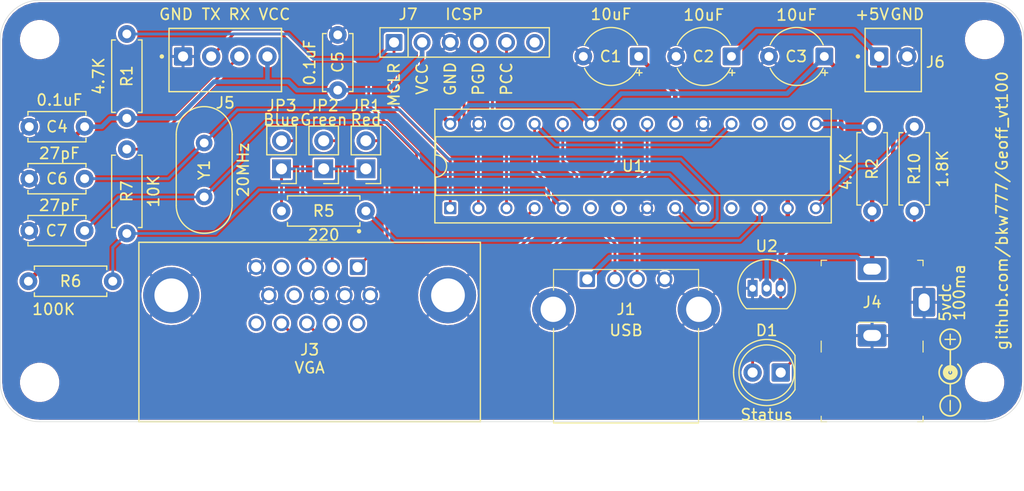
<source format=kicad_pcb>
(kicad_pcb (version 20171130) (host pcbnew 5.1.6-c6e7f7d~87~ubuntu20.04.1)
  (layers (0 F.Cu signal) (31 B.Cu signal) (34 B.Paste user) (35 F.Paste user) (36 B.SilkS user) (37 F.SilkS user) (38 B.Mask user) (39 F.Mask user) (44 Edge.Cuts user))
  (net 0 "")
  (net 1 GND)
  (net 2 "Net-(C1-Pad1)")
  (net 3 +5V)
  (net 4 VCC)
  (net 5 "Net-(C6-Pad1)")
  (net 6 "Net-(C7-Pad1)")
  (net 7 "Net-(D1-Pad1)")
  (net 8 USB_D+)
  (net 9 USB_D-)
  (net 10 VGA_VSYNCH)
  (net 11 VGA_HSYNCH)
  (net 12 "Net-(J3-Pad3)")
  (net 13 "Net-(J3-Pad2)")
  (net 14 "Net-(J3-Pad1)")
  (net 15 "Net-(J5-Pad3)")
  (net 16 SERIAL_TXD)
  (net 17 ICSP_PCC)
  (net 18 ICSP_PGD)
  (net 19 ICSP_MCLR)
  (net 20 "Net-(JP1-Pad1)")
  (net 21 "Net-(R2-Pad1)")
  (net 22 SERIAL_RXD)
  (net 23 VGA_VIDEO)
  (net 24 "Net-(R10-Pad1)")
  (module 0_LOCAL:TO-92_Inline_Narrow_Oval (layer F.Cu) (at 93.345 51.435)
    (fp_text reference U2 (at 1.27 -3.81) (layer F.SilkS))
    (fp_text value MCP1700-3302E_TO92 hide)
    (fp_arc (start 1.27 0) (end 1.27 -2.6) (angle -135) (layer F.SilkS) (width 0.12))
    (fp_arc (start 1.27 0) (end 1.27 -2.6) (angle 135) (layer F.SilkS) (width 0.12))
    (fp_line (start -0.53 1.85) (end 3.07 1.85) (layer F.SilkS) (width 0.12))
    (pad 2 thru_hole oval (at 1.27 0 180) (size 0.9 1.5) (drill 0.6096) (layers *.Cu *.Mask) (net 3 +5V))
    (pad 3 thru_hole oval (at 2.54 0 180) (size 0.9 1.5) (drill 0.6096) (layers *.Cu *.Mask) (net 4 VCC))
    (pad 1 thru_hole roundrect (at 0 0 180) (size 0.9 1.5) (drill 0.6096) (layers *.Cu *.Mask) (roundrect_rratio 0.1) (net 1 GND))
  )
  (module 0_LOCAL:LED_D5.0mm (layer F.Cu) (at 95.885 59.055 180)
    (fp_text reference D1 (at 1.27 3.81) (layer F.SilkS))
    (fp_text value Status (at 1.27 -3.81) (layer F.SilkS))
    (fp_arc (start 1.27 0) (end -1.29 -1.54483) (angle 148.9) (layer F.SilkS) (width 0.12))
    (fp_arc (start 1.27 0) (end -1.29 1.54483) (angle -148.9) (layer F.SilkS) (width 0.12))
    (fp_line (start -1.29 -1.545) (end -1.29 1.545) (layer F.SilkS) (width 0.12))
    (fp_circle (center 1.27 0) (end 3.77 0) (layer F.SilkS) (width 0.12))
    (pad 1 thru_hole roundrect (at 0 0 180) (size 1.651 1.651) (drill 0.9144) (layers *.Cu *.Mask) (roundrect_rratio 0.1) (net 7 "Net-(D1-Pad1)"))
    (pad 2 thru_hole circle (at 2.54 0 180) (size 1.651 1.651) (drill 0.9144) (layers *.Cu *.Mask) (net 4 VCC))
  )
  (module 0_LOCAL:DIP-28_W7.62mm_Socket (layer F.Cu) (at 66.04 44.196 90)
    (fp_text reference U1 (at 3.81 16.51 180) (layer F.SilkS))
    (fp_text value PIC32MX270F256B-I_SP hide)
    (fp_line (start 8.95 -1.39) (end -1.33 -1.39) (layer F.SilkS) (width 0.12))
    (fp_line (start 8.95 34.41) (end 8.95 -1.39) (layer F.SilkS) (width 0.12))
    (fp_line (start -1.33 34.41) (end 8.95 34.41) (layer F.SilkS) (width 0.12))
    (fp_line (start -1.33 -1.39) (end -1.33 34.41) (layer F.SilkS) (width 0.12))
    (fp_line (start 6.46 -1.33) (end 4.81 -1.33) (layer F.SilkS) (width 0.12))
    (fp_line (start 6.46 34.35) (end 6.46 -1.33) (layer F.SilkS) (width 0.12))
    (fp_line (start 1.16 34.35) (end 6.46 34.35) (layer F.SilkS) (width 0.12))
    (fp_line (start 1.16 -1.33) (end 1.16 34.35) (layer F.SilkS) (width 0.12))
    (fp_line (start 2.81 -1.33) (end 1.16 -1.33) (layer F.SilkS) (width 0.12))
    (fp_arc (start 3.81 -1.33) (end 2.81 -1.33) (angle -180) (layer F.SilkS) (width 0.12))
    (pad 1 thru_hole roundrect (at 0 0 90) (size 1.0922 1.0922) (drill 0.6858) (layers *.Cu *.Mask) (roundrect_rratio 0.1) (net 19 ICSP_MCLR))
    (pad 15 thru_hole circle (at 7.62 33.02 90) (size 1.0922 1.0922) (drill 0.6858) (layers *.Cu *.Mask) (net 21 "Net-(R2-Pad1)"))
    (pad 2 thru_hole circle (at 0 2.54 90) (size 1.0922 1.0922) (drill 0.6858) (layers *.Cu *.Mask) (net 18 ICSP_PGD))
    (pad 16 thru_hole circle (at 7.62 30.48 90) (size 1.0922 1.0922) (drill 0.6858) (layers *.Cu *.Mask))
    (pad 3 thru_hole circle (at 0 5.08 90) (size 1.0922 1.0922) (drill 0.6858) (layers *.Cu *.Mask) (net 17 ICSP_PCC))
    (pad 17 thru_hole circle (at 7.62 27.94 90) (size 1.0922 1.0922) (drill 0.6858) (layers *.Cu *.Mask))
    (pad 4 thru_hole circle (at 0 7.62 90) (size 1.0922 1.0922) (drill 0.6858) (layers *.Cu *.Mask) (net 16 SERIAL_TXD))
    (pad 18 thru_hole circle (at 7.62 25.4 90) (size 1.0922 1.0922) (drill 0.6858) (layers *.Cu *.Mask) (net 11 VGA_HSYNCH))
    (pad 5 thru_hole circle (at 0 10.16 90) (size 1.0922 1.0922) (drill 0.6858) (layers *.Cu *.Mask) (net 22 SERIAL_RXD))
    (pad 19 thru_hole circle (at 7.62 22.86 90) (size 1.0922 1.0922) (drill 0.6858) (layers *.Cu *.Mask) (net 1 GND))
    (pad 6 thru_hole circle (at 0 12.7 90) (size 1.0922 1.0922) (drill 0.6858) (layers *.Cu *.Mask))
    (pad 20 thru_hole circle (at 7.62 20.32 90) (size 1.0922 1.0922) (drill 0.6858) (layers *.Cu *.Mask) (net 2 "Net-(C1-Pad1)"))
    (pad 7 thru_hole circle (at 0 15.24 90) (size 1.0922 1.0922) (drill 0.6858) (layers *.Cu *.Mask))
    (pad 21 thru_hole circle (at 7.62 17.78 90) (size 1.0922 1.0922) (drill 0.6858) (layers *.Cu *.Mask) (net 8 USB_D+))
    (pad 8 thru_hole circle (at 0 17.78 90) (size 1.0922 1.0922) (drill 0.6858) (layers *.Cu *.Mask) (net 1 GND))
    (pad 22 thru_hole circle (at 7.62 15.24 90) (size 1.0922 1.0922) (drill 0.6858) (layers *.Cu *.Mask) (net 9 USB_D-))
    (pad 9 thru_hole circle (at 0 20.32 90) (size 1.0922 1.0922) (drill 0.6858) (layers *.Cu *.Mask) (net 5 "Net-(C6-Pad1)"))
    (pad 23 thru_hole circle (at 7.62 12.7 90) (size 1.0922 1.0922) (drill 0.6858) (layers *.Cu *.Mask) (net 4 VCC))
    (pad 10 thru_hole circle (at 0 22.86 90) (size 1.0922 1.0922) (drill 0.6858) (layers *.Cu *.Mask) (net 6 "Net-(C7-Pad1)"))
    (pad 24 thru_hole circle (at 7.62 10.16 90) (size 1.0922 1.0922) (drill 0.6858) (layers *.Cu *.Mask) (net 10 VGA_VSYNCH))
    (pad 11 thru_hole circle (at 0 25.4 90) (size 1.0922 1.0922) (drill 0.6858) (layers *.Cu *.Mask))
    (pad 25 thru_hole circle (at 7.62 7.62 90) (size 1.0922 1.0922) (drill 0.6858) (layers *.Cu *.Mask) (net 11 VGA_HSYNCH))
    (pad 12 thru_hole circle (at 0 27.94 90) (size 1.0922 1.0922) (drill 0.6858) (layers *.Cu *.Mask) (net 23 VGA_VIDEO))
    (pad 26 thru_hole circle (at 7.62 5.08 90) (size 1.0922 1.0922) (drill 0.6858) (layers *.Cu *.Mask))
    (pad 13 thru_hole circle (at 0 30.48 90) (size 1.0922 1.0922) (drill 0.6858) (layers *.Cu *.Mask) (net 4 VCC))
    (pad 27 thru_hole circle (at 7.62 2.54 90) (size 1.0922 1.0922) (drill 0.6858) (layers *.Cu *.Mask) (net 1 GND))
    (pad 14 thru_hole circle (at 0 33.02 90) (size 1.0922 1.0922) (drill 0.6858) (layers *.Cu *.Mask) (net 24 "Net-(R10-Pad1)"))
    (pad 28 thru_hole circle (at 7.62 0 90) (size 1.0922 1.0922) (drill 0.6858) (layers *.Cu *.Mask) (net 4 VCC))
  )
  (module 0_LOCAL:Pin_Header_Straight_1x02_Pitch2.54mm (layer F.Cu) (at 58.42 40.64 180)
    (fp_text reference JP1 (at 0 5.715) (layer F.SilkS))
    (fp_text value Red (at 0 4.445) (layer F.SilkS))
    (fp_line (start -1.33 -1.33) (end 0 -1.33) (layer F.SilkS) (width 0.12))
    (fp_line (start -1.33 0) (end -1.33 -1.33) (layer F.SilkS) (width 0.12))
    (fp_line (start -1.33 1.27) (end 1.33 1.27) (layer F.SilkS) (width 0.12))
    (fp_line (start 1.33 1.27) (end 1.33 3.87) (layer F.SilkS) (width 0.12))
    (fp_line (start -1.33 1.27) (end -1.33 3.87) (layer F.SilkS) (width 0.12))
    (fp_line (start -1.33 3.87) (end 1.33 3.87) (layer F.SilkS) (width 0.12))
    (pad 1 thru_hole rect (at 0 0 180) (size 1.7 1.7) (drill 1) (layers *.Cu *.Mask) (net 20 "Net-(JP1-Pad1)"))
    (pad 2 thru_hole oval (at 0 2.54 180) (size 1.7 1.7) (drill 1) (layers *.Cu *.Mask) (net 14 "Net-(J3-Pad1)"))
  )
  (module 0_LOCAL:Pin_Header_Straight_1x02_Pitch2.54mm (layer F.Cu) (at 54.61 40.64 180)
    (fp_text reference JP2 (at 0 5.715) (layer F.SilkS))
    (fp_text value Green (at 0 4.445) (layer F.SilkS))
    (fp_line (start -1.33 -1.33) (end 0 -1.33) (layer F.SilkS) (width 0.12))
    (fp_line (start -1.33 0) (end -1.33 -1.33) (layer F.SilkS) (width 0.12))
    (fp_line (start -1.33 1.27) (end 1.33 1.27) (layer F.SilkS) (width 0.12))
    (fp_line (start 1.33 1.27) (end 1.33 3.87) (layer F.SilkS) (width 0.12))
    (fp_line (start -1.33 1.27) (end -1.33 3.87) (layer F.SilkS) (width 0.12))
    (fp_line (start -1.33 3.87) (end 1.33 3.87) (layer F.SilkS) (width 0.12))
    (pad 1 thru_hole rect (at 0 0 180) (size 1.7 1.7) (drill 1) (layers *.Cu *.Mask) (net 20 "Net-(JP1-Pad1)"))
    (pad 2 thru_hole oval (at 0 2.54 180) (size 1.7 1.7) (drill 1) (layers *.Cu *.Mask) (net 13 "Net-(J3-Pad2)"))
  )
  (module 0_LOCAL:Pin_Header_Straight_1x02_Pitch2.54mm (layer F.Cu) (at 50.8 40.64 180)
    (fp_text reference JP3 (at 0 5.715 180) (layer F.SilkS))
    (fp_text value Blue (at 0 4.445 180) (layer F.SilkS))
    (fp_line (start -1.33 -1.33) (end 0 -1.33) (layer F.SilkS) (width 0.12))
    (fp_line (start -1.33 0) (end -1.33 -1.33) (layer F.SilkS) (width 0.12))
    (fp_line (start -1.33 1.27) (end 1.33 1.27) (layer F.SilkS) (width 0.12))
    (fp_line (start 1.33 1.27) (end 1.33 3.87) (layer F.SilkS) (width 0.12))
    (fp_line (start -1.33 1.27) (end -1.33 3.87) (layer F.SilkS) (width 0.12))
    (fp_line (start -1.33 3.87) (end 1.33 3.87) (layer F.SilkS) (width 0.12))
    (pad 1 thru_hole rect (at 0 0 180) (size 1.7 1.7) (drill 1) (layers *.Cu *.Mask) (net 20 "Net-(JP1-Pad1)"))
    (pad 2 thru_hole oval (at 0 2.54 180) (size 1.7 1.7) (drill 1) (layers *.Cu *.Mask) (net 12 "Net-(J3-Pad3)"))
  )
  (module 0_LOCAL:USB_A_Female_UE27AC54100 (layer F.Cu) (at 81.915 53.34)
    (fp_text reference J1 (at 0 0 unlocked) (layer F.SilkS))
    (fp_text value USB (at 0 1.905 180) (layer F.SilkS))
    (fp_line (start 6.55 10.28) (end -6.55 10.28) (layer F.SilkS) (width 0.1))
    (fp_line (start 6.55 -3.6) (end 6.55 -1.725) (layer F.SilkS) (width 0.1))
    (fp_line (start -6.55 -3.6) (end -6.55 -1.725) (layer F.SilkS) (width 0.1))
    (fp_line (start -6.55 1.725) (end -6.55 10.28) (layer F.SilkS) (width 0.1))
    (fp_line (start 6.55 1.725) (end 6.55 10.28) (layer F.SilkS) (width 0.1))
    (fp_line (start -6.55 -3.6) (end 6.55 -3.6) (layer F.SilkS) (width 0.1))
    (pad 4 thru_hole circle (at 3.5 -2.71) (size 1.397 1.397) (drill 0.9144) (layers *.Cu *.Mask) (net 1 GND))
    (pad 3 thru_hole circle (at 1 -2.71) (size 1.397 1.397) (drill 0.9144) (layers *.Cu *.Mask) (net 8 USB_D+))
    (pad 2 thru_hole circle (at -1 -2.71) (size 1.397 1.397) (drill 0.9144) (layers *.Cu *.Mask) (net 9 USB_D-))
    (pad 1 thru_hole roundrect (at -3.5 -2.71) (size 1.397 1.397) (drill 0.9144) (layers *.Cu *.Mask) (roundrect_rratio 0.1) (net 3 +5V))
    (pad 5 thru_hole circle (at 6.57 0) (size 3.81 3.81) (drill 2.286) (layers *.Cu *.Mask) (net 1 GND))
    (pad 5 thru_hole circle (at -6.57 0) (size 3.81 3.81) (drill 2.286) (layers *.Cu *.Mask) (net 1 GND))
  )
  (module 0_LOCAL:ICD15S13E4GX00LF (layer F.Cu) (at 53.34 52.07)
    (fp_text reference J3 (at 0 4.9276) (layer F.SilkS) (effects (font (thickness 0.14986))))
    (fp_text value VGA (at 0 6.5532) (layer F.SilkS) (effects (font (thickness 0.14986))))
    (fp_circle (center 4.46 -5.79) (end 4.56 -5.79) (layer F.SilkS) (width 0.2))
    (fp_line (start -15.42 11.43) (end 15.42 11.43) (layer F.SilkS) (width 0.127))
    (fp_line (start 15.42 11.43) (end 15.42 -4.79) (layer F.SilkS) (width 0.127))
    (fp_line (start 15.42 -4.79) (end -15.42 -4.79) (layer F.SilkS) (width 0.127))
    (fp_line (start -15.42 -4.79) (end -15.42 11.43) (layer F.SilkS) (width 0.127))
    (pad S thru_hole circle (at 12.495 0) (size 5.08 5.08) (drill 3.048) (layers *.Cu *.Mask) (net 1 GND))
    (pad S thru_hole circle (at -12.495 0) (size 5.08 5.08) (drill 3.048) (layers *.Cu *.Mask) (net 1 GND))
    (pad 15 thru_hole circle (at -4.83 2.54) (size 1.397 1.397) (drill 0.9144) (layers *.Cu *.Mask))
    (pad 14 thru_hole circle (at -2.54 2.54) (size 1.397 1.397) (drill 0.9144) (layers *.Cu *.Mask) (net 10 VGA_VSYNCH))
    (pad 13 thru_hole circle (at -0.25 2.54) (size 1.397 1.397) (drill 0.9144) (layers *.Cu *.Mask) (net 11 VGA_HSYNCH))
    (pad 12 thru_hole circle (at 2.04 2.54) (size 1.397 1.397) (drill 0.9144) (layers *.Cu *.Mask))
    (pad 11 thru_hole circle (at 4.33 2.54) (size 1.397 1.397) (drill 0.9144) (layers *.Cu *.Mask))
    (pad 10 thru_hole circle (at -3.685 0) (size 1.397 1.397) (drill 0.9144) (layers *.Cu *.Mask) (net 1 GND))
    (pad 9 thru_hole circle (at -1.395 0) (size 1.397 1.397) (drill 0.9144) (layers *.Cu *.Mask))
    (pad 8 thru_hole circle (at 0.895 0) (size 1.397 1.397) (drill 0.9144) (layers *.Cu *.Mask) (net 1 GND))
    (pad 7 thru_hole circle (at 3.185 0) (size 1.397 1.397) (drill 0.9144) (layers *.Cu *.Mask) (net 1 GND))
    (pad 6 thru_hole circle (at 5.475 0) (size 1.397 1.397) (drill 0.9144) (layers *.Cu *.Mask) (net 1 GND))
    (pad 5 thru_hole circle (at -4.83 -2.54) (size 1.397 1.397) (drill 0.9144) (layers *.Cu *.Mask) (net 1 GND))
    (pad 4 thru_hole circle (at -2.54 -2.54) (size 1.397 1.397) (drill 0.9144) (layers *.Cu *.Mask))
    (pad 3 thru_hole circle (at -0.25 -2.54) (size 1.397 1.397) (drill 0.9144) (layers *.Cu *.Mask) (net 12 "Net-(J3-Pad3)"))
    (pad 2 thru_hole circle (at 2.04 -2.54) (size 1.397 1.397) (drill 0.9144) (layers *.Cu *.Mask) (net 13 "Net-(J3-Pad2)"))
    (pad 1 thru_hole roundrect (at 4.33 -2.54) (size 1.397 1.397) (drill 0.9144) (layers *.Cu *.Mask) (roundrect_rratio 0.1) (net 14 "Net-(J3-Pad1)"))
  )
  (module 0_LOCAL:Symbol_Barrel_Polarity (layer F.Cu) (at 111.125 59.055 90)
    (fp_text reference REF** hide)
    (fp_text value Symbol_Barrel_Polarity hide)
    (fp_circle (center 0 0.075) (end 0 0.25) (layer F.SilkS) (width 0.5))
    (fp_circle (center 3 0.075) (end 3 1) (layer F.SilkS) (width 0.15))
    (fp_circle (center -3 0.075) (end -3 1) (layer F.SilkS) (width 0.15))
    (fp_line (start -2 0.075) (end -1.1 0.075) (layer F.SilkS) (width 0.15))
    (fp_line (start 0 0.075) (end 2 0.075) (layer F.SilkS) (width 0.15))
    (fp_text user + (at 2.9972 -0.0254 90) (layer F.SilkS) (effects (font (size 1.2192 1.2192) (thickness 0.127))))
    (fp_text user - (at -2.9972 -0.0254 90) (layer F.SilkS) (effects (font (size 1.2192 1.2192) (thickness 0.127))))
    (fp_arc (start 0 0.075) (end 0.75 0.75) (angle 270) (layer F.SilkS) (width 0.15))
  )
  (module 0_LOCAL:Pin_Header_Straight_1x06_Pitch2.54mm (layer F.Cu) (at 60.96 29.21 90)
    (fp_text reference J7 (at 2.54 1.27) (layer F.SilkS))
    (fp_text value ICSP (at 2.54 6.35 180) (layer F.SilkS))
    (fp_line (start -1.27 1.27) (end 1.27 1.27) (layer F.SilkS) (width 0.12))
    (fp_line (start -1.33 14.03) (end 1.33 14.03) (layer F.SilkS) (width 0.12))
    (fp_line (start -1.33 -1.27) (end -1.33 14.03) (layer F.SilkS) (width 0.12))
    (fp_line (start 1.33 -1.27) (end 1.33 14.03) (layer F.SilkS) (width 0.12))
    (fp_line (start -1.33 -1.27) (end 1.33 -1.27) (layer F.SilkS) (width 0.12))
    (pad 1 thru_hole roundrect (at 0 0 90) (size 1.524 1.524) (drill 0.9144) (layers *.Cu *.Mask) (roundrect_rratio 0.1) (net 19 ICSP_MCLR))
    (pad 2 thru_hole circle (at 0 2.54 90) (size 1.524 1.524) (drill 0.9144) (layers *.Cu *.Mask) (net 4 VCC))
    (pad 3 thru_hole circle (at 0 5.08 90) (size 1.524 1.524) (drill 0.9144) (layers *.Cu *.Mask) (net 1 GND))
    (pad 4 thru_hole circle (at 0 7.62 90) (size 1.524 1.524) (drill 0.9144) (layers *.Cu *.Mask) (net 18 ICSP_PGD))
    (pad 5 thru_hole circle (at 0 10.16 90) (size 1.524 1.524) (drill 0.9144) (layers *.Cu *.Mask) (net 17 ICSP_PCC))
    (pad 6 thru_hole circle (at 0 12.7 90) (size 1.524 1.524) (drill 0.9144) (layers *.Cu *.Mask))
  )
  (module 0_LOCAL:Crystal_HC49-4H_Vertical (layer F.Cu) (at 43.815 43.18 90)
    (fp_text reference Y1 (at 2.44 0 90) (layer F.SilkS))
    (fp_text value 20MHz (at 2.44 3.525 90) (layer F.SilkS))
    (fp_line (start -0.76 -2.525) (end 5.64 -2.525) (layer F.SilkS) (width 0.12))
    (fp_line (start -0.76 2.525) (end 5.64 2.525) (layer F.SilkS) (width 0.12))
    (fp_arc (start -0.76 0) (end -0.76 -2.525) (angle -180) (layer F.SilkS) (width 0.12))
    (fp_arc (start 5.64 0) (end 5.64 -2.525) (angle 180) (layer F.SilkS) (width 0.12))
    (pad 1 thru_hole circle (at 0 0 90) (size 1.5 1.5) (drill 0.8) (layers *.Cu *.Mask) (net 6 "Net-(C7-Pad1)"))
    (pad 2 thru_hole circle (at 4.88 0 90) (size 1.5 1.5) (drill 0.8) (layers *.Cu *.Mask) (net 5 "Net-(C6-Pad1)"))
  )
  (module 0_LOCAL:Barrel_Jack_5.5mmODx2.1mmID_PJ-102A (layer F.Cu) (at 104.14 52.705 180)
    (fp_text reference J4 (at 0 0) (layer F.SilkS))
    (fp_text value PJ-102A)
    (fp_line (start 4.6 -3.5) (end 4.6 -4.5) (layer F.SilkS) (width 0.1))
    (fp_line (start -4.6 -3.5) (end -4.6 -4.5) (layer F.SilkS) (width 0.1))
    (fp_line (start 4.6 -10.8) (end 4.6 -10.3) (layer F.SilkS) (width 0.1))
    (fp_line (start 4.6 -10.8) (end 4.1 -10.8) (layer F.SilkS) (width 0.1))
    (fp_line (start -4.6 -10.8) (end -4.1 -10.8) (layer F.SilkS) (width 0.1))
    (fp_line (start -4.6 -10.8) (end -4.6 -10.3) (layer F.SilkS) (width 0.1))
    (fp_line (start -1.2 -1.8) (end 1.2 -1.8) (layer F.SilkS) (width 0.1))
    (fp_line (start -4.6 3.8) (end -4.6 3.3) (layer F.SilkS) (width 0.1))
    (fp_line (start -4.6 3.8) (end -4.1 3.8) (layer F.SilkS) (width 0.1))
    (fp_line (start 4.6 3.8) (end 4.6 3.3) (layer F.SilkS) (width 0.1))
    (fp_line (start 4.6 3.8) (end 4.1 3.8) (layer F.SilkS) (width 0.1))
    (pad 2 thru_hole roundrect (at 0 -3 180) (size 2.6 2) (drill oval 1.6 1) (layers *.Cu *.Mask) (roundrect_rratio 0.1) (net 1 GND))
    (pad 1 thru_hole roundrect (at 0 3 180) (size 2.6 2) (drill oval 1.6 1) (layers *.Cu *.Mask) (roundrect_rratio 0.1) (net 3 +5V))
    (pad 3 thru_hole roundrect (at -4.7 0 180) (size 2 2.6) (drill oval 1 1.6) (layers *.Cu *.Mask) (roundrect_rratio 0.1) (net 1 GND))
  )
  (module terminal:TE_3-641215-4 (layer F.Cu) (at 41.91 30.48 180)
    (fp_text reference J5 (at -3.81 -4.191 180) (layer F.SilkS) (effects (font (thickness 0.1516))))
    (fp_text value Serial hide)
    (fp_circle (center 1.92 0) (end 2.02 0) (layer F.SilkS) (width 0.2))
    (fp_line (start 1.27 2.54) (end -8.89 2.54) (layer F.SilkS) (width 0.127))
    (fp_line (start 1.27 -3.18) (end -8.89 -3.18) (layer F.SilkS) (width 0.127))
    (fp_line (start 1.27 -3.18) (end 1.27 2.54) (layer F.SilkS) (width 0.127))
    (fp_line (start -8.89 2.54) (end -8.89 -3.18) (layer F.SilkS) (width 0.127))
    (pad 4 thru_hole circle (at -7.62 0 180) (size 1.651 1.651) (drill 0.9144) (layers *.Cu *.Mask) (net 4 VCC))
    (pad 3 thru_hole circle (at -5.08 0 180) (size 1.651 1.651) (drill 0.9144) (layers *.Cu *.Mask) (net 15 "Net-(J5-Pad3)"))
    (pad 2 thru_hole circle (at -2.54 0 180) (size 1.651 1.651) (drill 0.9144) (layers *.Cu *.Mask) (net 16 SERIAL_TXD))
    (pad 1 thru_hole roundrect (at 0 0 180) (size 1.651 1.651) (drill 0.9144) (layers *.Cu *.Mask) (roundrect_rratio 0.1) (net 1 GND))
  )
  (module terminal:TE_3-641215-2 (layer F.Cu) (at 104.775 30.48 180)
    (fp_text reference J6 (at -5.08 -0.508) (layer F.SilkS) (effects (font (thickness 0.14986))))
    (fp_text value "External 5V" hide)
    (fp_circle (center 1.92 0) (end 2.02 0) (layer F.SilkS) (width 0.2))
    (fp_line (start 1.27 2.54) (end -3.81 2.54) (layer F.SilkS) (width 0.127))
    (fp_line (start 1.27 -3.18) (end -3.81 -3.18) (layer F.SilkS) (width 0.127))
    (fp_line (start 1.27 -3.18) (end 1.27 2.54) (layer F.SilkS) (width 0.127))
    (fp_line (start -3.81 2.54) (end -3.81 -3.18) (layer F.SilkS) (width 0.127))
    (pad 2 thru_hole circle (at -2.54 0 180) (size 1.651 1.651) (drill 0.9144) (layers *.Cu *.Mask) (net 1 GND))
    (pad 1 thru_hole roundrect (at 0 0 180) (size 1.651 1.651) (drill 0.9144) (layers *.Cu *.Mask) (roundrect_rratio 0.1) (net 3 +5V))
  )
  (module Resistor_THT:R_Axial_DIN0207_L6.3mm_D2.5mm_P7.62mm_Horizontal (layer F.Cu) (at 107.95 36.83 270)
    (fp_text reference R10 (at 3.81 0 90) (layer F.SilkS))
    (fp_text value 1.8K (at 3.81 -2.54 90) (layer F.SilkS))
    (fp_line (start 7.08 1.37) (end 7.08 1.04) (layer F.SilkS) (width 0.12))
    (fp_line (start 0.54 1.37) (end 7.08 1.37) (layer F.SilkS) (width 0.12))
    (fp_line (start 0.54 1.04) (end 0.54 1.37) (layer F.SilkS) (width 0.12))
    (fp_line (start 7.08 -1.37) (end 7.08 -1.04) (layer F.SilkS) (width 0.12))
    (fp_line (start 0.54 -1.37) (end 7.08 -1.37) (layer F.SilkS) (width 0.12))
    (fp_line (start 0.54 -1.04) (end 0.54 -1.37) (layer F.SilkS) (width 0.12))
    (pad 2 thru_hole oval (at 7.62 0 270) (size 1.6 1.6) (drill 0.8) (layers *.Cu *.Mask) (net 7 "Net-(D1-Pad1)"))
    (pad 1 thru_hole circle (at 0 0 270) (size 1.6 1.6) (drill 0.8) (layers *.Cu *.Mask) (net 24 "Net-(R10-Pad1)"))
  )
  (module Resistor_THT:R_Axial_DIN0207_L6.3mm_D2.5mm_P7.62mm_Horizontal (layer F.Cu) (at 36.83 38.862 270)
    (fp_text reference R7 (at 3.81 0 90) (layer F.SilkS))
    (fp_text value 10K (at 3.81 -2.413 90) (layer F.SilkS))
    (fp_line (start 7.08 1.37) (end 7.08 1.04) (layer F.SilkS) (width 0.12))
    (fp_line (start 0.54 1.37) (end 7.08 1.37) (layer F.SilkS) (width 0.12))
    (fp_line (start 0.54 1.04) (end 0.54 1.37) (layer F.SilkS) (width 0.12))
    (fp_line (start 7.08 -1.37) (end 7.08 -1.04) (layer F.SilkS) (width 0.12))
    (fp_line (start 0.54 -1.37) (end 7.08 -1.37) (layer F.SilkS) (width 0.12))
    (fp_line (start 0.54 -1.04) (end 0.54 -1.37) (layer F.SilkS) (width 0.12))
    (pad 2 thru_hole oval (at 7.62 0 270) (size 1.6 1.6) (drill 0.8) (layers *.Cu *.Mask) (net 22 SERIAL_RXD))
    (pad 1 thru_hole circle (at 0 0 270) (size 1.6 1.6) (drill 0.8) (layers *.Cu *.Mask) (net 15 "Net-(J5-Pad3)"))
  )
  (module Resistor_THT:R_Axial_DIN0207_L6.3mm_D2.5mm_P7.62mm_Horizontal (layer F.Cu) (at 35.56 50.8 180)
    (fp_text reference R6 (at 3.81 0) (layer F.SilkS))
    (fp_text value 100K (at 5.334 -2.54) (layer F.SilkS))
    (fp_line (start 7.08 1.37) (end 7.08 1.04) (layer F.SilkS) (width 0.12))
    (fp_line (start 0.54 1.37) (end 7.08 1.37) (layer F.SilkS) (width 0.12))
    (fp_line (start 0.54 1.04) (end 0.54 1.37) (layer F.SilkS) (width 0.12))
    (fp_line (start 7.08 -1.37) (end 7.08 -1.04) (layer F.SilkS) (width 0.12))
    (fp_line (start 0.54 -1.37) (end 7.08 -1.37) (layer F.SilkS) (width 0.12))
    (fp_line (start 0.54 -1.04) (end 0.54 -1.37) (layer F.SilkS) (width 0.12))
    (pad 2 thru_hole oval (at 7.62 0 180) (size 1.6 1.6) (drill 0.8) (layers *.Cu *.Mask) (net 4 VCC))
    (pad 1 thru_hole circle (at 0 0 180) (size 1.6 1.6) (drill 0.8) (layers *.Cu *.Mask) (net 22 SERIAL_RXD))
  )
  (module Resistor_THT:R_Axial_DIN0207_L6.3mm_D2.5mm_P7.62mm_Horizontal (layer F.Cu) (at 58.42 44.45 180)
    (fp_text reference R5 (at 3.81 0) (layer F.SilkS))
    (fp_text value 220 (at 3.81 -2.159) (layer F.SilkS))
    (fp_line (start 7.08 1.37) (end 7.08 1.04) (layer F.SilkS) (width 0.12))
    (fp_line (start 0.54 1.37) (end 7.08 1.37) (layer F.SilkS) (width 0.12))
    (fp_line (start 0.54 1.04) (end 0.54 1.37) (layer F.SilkS) (width 0.12))
    (fp_line (start 7.08 -1.37) (end 7.08 -1.04) (layer F.SilkS) (width 0.12))
    (fp_line (start 0.54 -1.37) (end 7.08 -1.37) (layer F.SilkS) (width 0.12))
    (fp_line (start 0.54 -1.04) (end 0.54 -1.37) (layer F.SilkS) (width 0.12))
    (pad 2 thru_hole oval (at 7.62 0 180) (size 1.6 1.6) (drill 0.8) (layers *.Cu *.Mask) (net 20 "Net-(JP1-Pad1)"))
    (pad 1 thru_hole circle (at 0 0 180) (size 1.6 1.6) (drill 0.8) (layers *.Cu *.Mask) (net 23 VGA_VIDEO))
  )
  (module Resistor_THT:R_Axial_DIN0207_L6.3mm_D2.5mm_P7.62mm_Horizontal (layer F.Cu) (at 104.14 36.83 270)
    (fp_text reference R2 (at 3.81 0 90) (layer F.SilkS))
    (fp_text value 4.7K (at 4.064 2.37 90) (layer F.SilkS))
    (fp_line (start 7.08 1.37) (end 7.08 1.04) (layer F.SilkS) (width 0.12))
    (fp_line (start 0.54 1.37) (end 7.08 1.37) (layer F.SilkS) (width 0.12))
    (fp_line (start 0.54 1.04) (end 0.54 1.37) (layer F.SilkS) (width 0.12))
    (fp_line (start 7.08 -1.37) (end 7.08 -1.04) (layer F.SilkS) (width 0.12))
    (fp_line (start 0.54 -1.37) (end 7.08 -1.37) (layer F.SilkS) (width 0.12))
    (fp_line (start 0.54 -1.04) (end 0.54 -1.37) (layer F.SilkS) (width 0.12))
    (pad 2 thru_hole oval (at 7.62 0 270) (size 1.6 1.6) (drill 0.8) (layers *.Cu *.Mask) (net 3 +5V))
    (pad 1 thru_hole circle (at 0 0 270) (size 1.6 1.6) (drill 0.8) (layers *.Cu *.Mask) (net 21 "Net-(R2-Pad1)"))
  )
  (module Resistor_THT:R_Axial_DIN0207_L6.3mm_D2.5mm_P7.62mm_Horizontal (layer F.Cu) (at 36.83 28.448 270)
    (fp_text reference R1 (at 3.81 0 90) (layer F.SilkS))
    (fp_text value 4.7K (at 3.81 2.54 90) (layer F.SilkS))
    (fp_line (start 7.08 1.37) (end 7.08 1.04) (layer F.SilkS) (width 0.12))
    (fp_line (start 0.54 1.37) (end 7.08 1.37) (layer F.SilkS) (width 0.12))
    (fp_line (start 0.54 1.04) (end 0.54 1.37) (layer F.SilkS) (width 0.12))
    (fp_line (start 7.08 -1.37) (end 7.08 -1.04) (layer F.SilkS) (width 0.12))
    (fp_line (start 0.54 -1.37) (end 7.08 -1.37) (layer F.SilkS) (width 0.12))
    (fp_line (start 0.54 -1.04) (end 0.54 -1.37) (layer F.SilkS) (width 0.12))
    (pad 2 thru_hole oval (at 7.62 0 270) (size 1.6 1.6) (drill 0.8) (layers *.Cu *.Mask) (net 4 VCC))
    (pad 1 thru_hole circle (at 0 0 270) (size 1.6 1.6) (drill 0.8) (layers *.Cu *.Mask) (net 19 ICSP_MCLR))
  )
  (module MountingHole:MountingHole_3.2mm_M3 (layer F.Cu) (at 114.3 28.956 180)
    (fp_text reference REF** hide)
    (fp_text value MountingHole_3.2mm_M3 hide)
    (pad 1 np_thru_hole circle (at 0 0 180) (size 3.2 3.2) (drill 3.2) (layers *.Cu *.Mask))
  )
  (module MountingHole:MountingHole_3.2mm_M3 (layer F.Cu) (at 28.956 28.956 180)
    (fp_text reference REF** hide)
    (fp_text value MountingHole_3.2mm_M3 hide)
    (pad 1 np_thru_hole circle (at 0 0 180) (size 3.2 3.2) (drill 3.2) (layers *.Cu *.Mask))
  )
  (module MountingHole:MountingHole_3.2mm_M3 (layer F.Cu) (at 28.956 59.944 180)
    (fp_text reference REF** hide)
    (fp_text value MountingHole_3.2mm_M3 hide)
    (pad 1 np_thru_hole circle (at 0 0 180) (size 3.2 3.2) (drill 3.2) (layers *.Cu *.Mask))
  )
  (module MountingHole:MountingHole_3.2mm_M3 (layer F.Cu) (at 114.3 59.944 180)
    (fp_text reference REF** hide)
    (fp_text value MountingHole_3.2mm_M3 hide)
    (pad 1 np_thru_hole circle (at 0 0 180) (size 3.2 3.2) (drill 3.2) (layers *.Cu *.Mask))
  )
  (module Capacitor_THT:C_Disc_D5.0mm_W2.5mm_P5.00mm (layer F.Cu) (at 33.02 46.228 180)
    (fp_text reference C7 (at 2.54 0) (layer F.SilkS))
    (fp_text value 27pF (at 2.286 2.286) (layer F.SilkS))
    (fp_line (start 5.12 1.055) (end 5.12 1.37) (layer F.SilkS) (width 0.12))
    (fp_line (start 5.12 -1.37) (end 5.12 -1.055) (layer F.SilkS) (width 0.12))
    (fp_line (start -0.12 1.055) (end -0.12 1.37) (layer F.SilkS) (width 0.12))
    (fp_line (start -0.12 -1.37) (end -0.12 -1.055) (layer F.SilkS) (width 0.12))
    (fp_line (start -0.12 1.37) (end 5.12 1.37) (layer F.SilkS) (width 0.12))
    (fp_line (start -0.12 -1.37) (end 5.12 -1.37) (layer F.SilkS) (width 0.12))
    (pad 2 thru_hole circle (at 5 0 180) (size 1.6 1.6) (drill 0.8) (layers *.Cu *.Mask) (net 1 GND))
    (pad 1 thru_hole circle (at 0 0 180) (size 1.6 1.6) (drill 0.8) (layers *.Cu *.Mask) (net 6 "Net-(C7-Pad1)"))
  )
  (module Capacitor_THT:C_Disc_D5.0mm_W2.5mm_P5.00mm (layer F.Cu) (at 33.02 41.529 180)
    (fp_text reference C6 (at 2.5 0) (layer F.SilkS))
    (fp_text value 27pF (at 2.286 2.286) (layer F.SilkS))
    (fp_line (start 5.12 1.055) (end 5.12 1.37) (layer F.SilkS) (width 0.12))
    (fp_line (start 5.12 -1.37) (end 5.12 -1.055) (layer F.SilkS) (width 0.12))
    (fp_line (start -0.12 1.055) (end -0.12 1.37) (layer F.SilkS) (width 0.12))
    (fp_line (start -0.12 -1.37) (end -0.12 -1.055) (layer F.SilkS) (width 0.12))
    (fp_line (start -0.12 1.37) (end 5.12 1.37) (layer F.SilkS) (width 0.12))
    (fp_line (start -0.12 -1.37) (end 5.12 -1.37) (layer F.SilkS) (width 0.12))
    (pad 2 thru_hole circle (at 5 0 180) (size 1.6 1.6) (drill 0.8) (layers *.Cu *.Mask) (net 1 GND))
    (pad 1 thru_hole circle (at 0 0 180) (size 1.6 1.6) (drill 0.8) (layers *.Cu *.Mask) (net 5 "Net-(C6-Pad1)"))
  )
  (module Capacitor_THT:C_Disc_D5.0mm_W2.5mm_P5.00mm (layer F.Cu) (at 55.88 33.528 90)
    (fp_text reference C5 (at 2.54 0 90) (layer F.SilkS))
    (fp_text value 0.1uF (at 2.5 -2.54 90) (layer F.SilkS))
    (fp_line (start 5.12 1.055) (end 5.12 1.37) (layer F.SilkS) (width 0.12))
    (fp_line (start 5.12 -1.37) (end 5.12 -1.055) (layer F.SilkS) (width 0.12))
    (fp_line (start -0.12 1.055) (end -0.12 1.37) (layer F.SilkS) (width 0.12))
    (fp_line (start -0.12 -1.37) (end -0.12 -1.055) (layer F.SilkS) (width 0.12))
    (fp_line (start -0.12 1.37) (end 5.12 1.37) (layer F.SilkS) (width 0.12))
    (fp_line (start -0.12 -1.37) (end 5.12 -1.37) (layer F.SilkS) (width 0.12))
    (pad 2 thru_hole circle (at 5 0 90) (size 1.6 1.6) (drill 0.8) (layers *.Cu *.Mask) (net 1 GND))
    (pad 1 thru_hole circle (at 0 0 90) (size 1.6 1.6) (drill 0.8) (layers *.Cu *.Mask) (net 4 VCC))
  )
  (module Capacitor_THT:C_Disc_D5.0mm_W2.5mm_P5.00mm (layer F.Cu) (at 33.02 36.83 180)
    (fp_text reference C4 (at 2.5 0) (layer F.SilkS))
    (fp_text value 0.1uF (at 2.286 2.413) (layer F.SilkS))
    (fp_line (start 5.12 1.055) (end 5.12 1.37) (layer F.SilkS) (width 0.12))
    (fp_line (start 5.12 -1.37) (end 5.12 -1.055) (layer F.SilkS) (width 0.12))
    (fp_line (start -0.12 1.055) (end -0.12 1.37) (layer F.SilkS) (width 0.12))
    (fp_line (start -0.12 -1.37) (end -0.12 -1.055) (layer F.SilkS) (width 0.12))
    (fp_line (start -0.12 1.37) (end 5.12 1.37) (layer F.SilkS) (width 0.12))
    (fp_line (start -0.12 -1.37) (end 5.12 -1.37) (layer F.SilkS) (width 0.12))
    (pad 2 thru_hole circle (at 5 0 180) (size 1.6 1.6) (drill 0.8) (layers *.Cu *.Mask) (net 1 GND))
    (pad 1 thru_hole circle (at 0 0 180) (size 1.6 1.6) (drill 0.8) (layers *.Cu *.Mask) (net 4 VCC))
  )
  (module Capacitor_THT:CP_Radial_Tantal_D5.0mm_P5.00mm (layer F.Cu) (at 99.822 30.48 180)
    (fp_text reference C3 (at 2.54 0) (layer F.SilkS))
    (fp_text value 10uF (at 2.5 3.75) (layer F.SilkS))
    (fp_line (start -0.054775 -1.725) (end -0.054775 -1.225) (layer F.SilkS) (width 0.12))
    (fp_line (start -0.304775 -1.475) (end 0.195225 -1.475) (layer F.SilkS) (width 0.12))
    (fp_arc (start 2.5 0) (end 0.104003 1.06) (angle -132.27036) (layer F.SilkS) (width 0.12))
    (fp_arc (start 2.5 0) (end 0.104003 -1.06) (angle 132.27036) (layer F.SilkS) (width 0.12))
    (pad 2 thru_hole circle (at 5 0 180) (size 1.6 1.6) (drill 0.8) (layers *.Cu *.Mask) (net 1 GND))
    (pad 1 thru_hole roundrect (at 0 0 180) (size 1.6 1.6) (drill 0.8) (layers *.Cu *.Mask) (roundrect_rratio 0.1) (net 4 VCC))
  )
  (module Capacitor_THT:CP_Radial_Tantal_D5.0mm_P5.00mm (layer F.Cu) (at 91.44 30.48 180)
    (fp_text reference C2 (at 2.54 0) (layer F.SilkS))
    (fp_text value 10uF (at 2.5 3.75) (layer F.SilkS))
    (fp_line (start -0.054775 -1.725) (end -0.054775 -1.225) (layer F.SilkS) (width 0.12))
    (fp_line (start -0.304775 -1.475) (end 0.195225 -1.475) (layer F.SilkS) (width 0.12))
    (fp_arc (start 2.5 0) (end 0.104003 1.06) (angle -132.27036) (layer F.SilkS) (width 0.12))
    (fp_arc (start 2.5 0) (end 0.104003 -1.06) (angle 132.27036) (layer F.SilkS) (width 0.12))
    (pad 2 thru_hole circle (at 5 0 180) (size 1.6 1.6) (drill 0.8) (layers *.Cu *.Mask) (net 1 GND))
    (pad 1 thru_hole roundrect (at 0 0 180) (size 1.6 1.6) (drill 0.8) (layers *.Cu *.Mask) (roundrect_rratio 0.1) (net 3 +5V))
  )
  (module Capacitor_THT:CP_Radial_Tantal_D5.0mm_P5.00mm (layer F.Cu) (at 83.058 30.48 180)
    (fp_text reference C1 (at 2.54 0) (layer F.SilkS))
    (fp_text value 10uF (at 2.5 3.81) (layer F.SilkS))
    (fp_line (start -0.054775 -1.725) (end -0.054775 -1.225) (layer F.SilkS) (width 0.12))
    (fp_line (start -0.304775 -1.475) (end 0.195225 -1.475) (layer F.SilkS) (width 0.12))
    (fp_arc (start 2.5 0) (end 0.104003 1.06) (angle -132.27036) (layer F.SilkS) (width 0.12))
    (fp_arc (start 2.5 0) (end 0.104003 -1.06) (angle 132.27036) (layer F.SilkS) (width 0.12))
    (pad 2 thru_hole circle (at 5 0 180) (size 1.6 1.6) (drill 0.8) (layers *.Cu *.Mask) (net 1 GND))
    (pad 1 thru_hole roundrect (at 0 0 180) (size 1.6 1.6) (drill 0.8) (layers *.Cu *.Mask) (roundrect_rratio 0.1) (net 2 "Net-(C1-Pad1)"))
  )
  (gr_arc (start 114.3 59.944) (end 114.3 63.5) (angle -90) (layer Edge.Cuts) (width 0.05))
  (gr_arc (start 114.3 28.956) (end 117.856 28.956) (angle -90) (layer Edge.Cuts) (width 0.05))
  (gr_arc (start 28.956 59.944) (end 25.4 59.944) (angle -90) (layer Edge.Cuts) (width 0.05))
  (gr_arc (start 28.956 28.956) (end 28.956 25.4) (angle -90) (layer Edge.Cuts) (width 0.05))
  (gr_text github.com/bkw777/Geoff_vt100 (at 115.8748 44.4246 90) (layer F.SilkS) (effects (font (size 1.016 1.016) (thickness 0.1524))))
  (gr_text MCLR (at 60.96 33.02 90) (layer F.SilkS) (effects (font (size 1 1))))
  (gr_text PCC (at 71.12 32.512 90) (layer F.SilkS) (effects (font (size 1 1))))
  (gr_text PGD (at 68.58 32.512 90) (layer F.SilkS) (effects (font (size 1 1))))
  (gr_text GND (at 66.04 32.512 90) (layer F.SilkS) (effects (font (size 1 1))))
  (gr_text VCC (at 63.5 32.512 90) (layer F.SilkS) (effects (font (size 1 1))))
  (gr_text 100ma (at 112.014 51.816 90) (layer F.SilkS) (effects (font (size 1 1))))
  (gr_text 5vdc (at 110.744 52.705 90) (layer F.SilkS) (effects (font (size 1 1))))
  (gr_line (start 25.4 28.956) (end 25.4 59.944) (layer Edge.Cuts) (width 0.05))
  (gr_line (start 117.856 28.956) (end 117.856 59.944) (layer Edge.Cuts) (width 0.05))
  (gr_line (start 114.3 63.5) (end 28.956 63.5) (layer Edge.Cuts) (width 0.05))
  (gr_line (start 28.956 25.4) (end 114.3 25.4) (layer Edge.Cuts) (width 0.05))
  (gr_text VCC (at 50.165 26.67) (layer F.SilkS) (effects (font (size 1 1) (thickness 0.14986))))
  (gr_text RX (at 46.99 26.67) (layer F.SilkS) (effects (font (size 1 1) (thickness 0.14986))))
  (gr_text TX (at 44.45 26.67) (layer F.SilkS) (effects (font (size 1 1) (thickness 0.14986))))
  (gr_text GND (at 41.275 26.67) (layer F.SilkS) (effects (font (size 1 1) (thickness 0.14986))))
  (gr_text GND (at 107.315 26.67) (layer F.SilkS) (effects (font (size 1 1) (thickness 0.14986))))
  (gr_text +5V (at 104.14 26.67) (layer F.SilkS) (effects (font (size 1 1) (thickness 0.14986))))
  (segment (start 86.36 33.782) (end 86.36 36.576) (width 0.4064) (layer F.Cu) (net 2))
  (segment (start 83.058 30.48) (end 86.36 33.782) (width 0.4064) (layer F.Cu) (net 2))
  (segment (start 104.14 49.705) (end 104.14 44.45) (width 0.4064) (layer F.Cu) (net 3))
  (segment (start 104.775 33.02) (end 104.775 30.48) (width 0.4064) (layer F.Cu) (net 3))
  (segment (start 106.045 34.29) (end 104.775 33.02) (width 0.4064) (layer F.Cu) (net 3))
  (segment (start 106.045 39.37) (end 106.045 34.29) (width 0.4064) (layer F.Cu) (net 3))
  (segment (start 104.14 41.275) (end 106.045 39.37) (width 0.4064) (layer F.Cu) (net 3))
  (segment (start 104.14 44.45) (end 104.14 41.275) (width 0.4064) (layer F.Cu) (net 3))
  (segment (start 93.726 28.194) (end 102.489 28.194) (width 0.4064) (layer B.Cu) (net 3))
  (segment (start 102.489 28.194) (end 104.775 30.48) (width 0.4064) (layer B.Cu) (net 3))
  (segment (start 91.44 30.48) (end 93.726 28.194) (width 0.4064) (layer B.Cu) (net 3))
  (segment (start 94.615 48.6156) (end 94.615 51.435) (width 0.4064) (layer B.Cu) (net 3))
  (segment (start 80.4294 48.6156) (end 94.615 48.6156) (width 0.4064) (layer B.Cu) (net 3))
  (segment (start 78.415 50.63) (end 80.4294 48.6156) (width 0.4064) (layer B.Cu) (net 3))
  (segment (start 102.743 48.6156) (end 94.615 48.6156) (width 0.4064) (layer B.Cu) (net 3))
  (segment (start 103.8324 49.705) (end 102.743 48.6156) (width 0.4064) (layer B.Cu) (net 3))
  (segment (start 104.14 49.705) (end 103.8324 49.705) (width 0.4064) (layer B.Cu) (net 3))
  (segment (start 63.5 34.036) (end 66.04 36.576) (width 0.4064) (layer F.Cu) (net 4))
  (segment (start 63.5 29.21) (end 63.5 34.036) (width 0.4064) (layer F.Cu) (net 4))
  (segment (start 63.5 30.4546) (end 63.5 29.21) (width 0.4064) (layer B.Cu) (net 4))
  (segment (start 60.4266 33.528) (end 63.5 30.4546) (width 0.4064) (layer B.Cu) (net 4))
  (segment (start 55.88 33.528) (end 60.4266 33.528) (width 0.4064) (layer B.Cu) (net 4))
  (segment (start 96.4692 33.8328) (end 99.822 30.48) (width 0.4064) (layer B.Cu) (net 4))
  (segment (start 81.4832 33.8328) (end 96.4692 33.8328) (width 0.4064) (layer B.Cu) (net 4))
  (segment (start 78.74 36.576) (end 81.4832 33.8328) (width 0.4064) (layer B.Cu) (net 4))
  (segment (start 30.5308 48.2092) (end 27.94 50.8) (width 0.4064) (layer F.Cu) (net 4))
  (segment (start 30.5308 39.3192) (end 30.5308 48.2092) (width 0.4064) (layer F.Cu) (net 4))
  (segment (start 33.02 36.83) (end 30.5308 39.3192) (width 0.4064) (layer F.Cu) (net 4))
  (segment (start 95.885 53.975) (end 95.885 51.435) (width 0.254) (layer F.Cu) (net 4))
  (segment (start 93.345 56.515) (end 95.885 53.975) (width 0.254) (layer F.Cu) (net 4))
  (segment (start 93.345 59.055) (end 93.345 56.515) (width 0.254) (layer F.Cu) (net 4))
  (segment (start 96.52 42.672) (end 96.52 44.196) (width 0.4064) (layer F.Cu) (net 4))
  (segment (start 101.346 37.846) (end 96.52 42.672) (width 0.4064) (layer F.Cu) (net 4))
  (segment (start 101.346 32.004) (end 101.346 37.846) (width 0.4064) (layer F.Cu) (net 4))
  (segment (start 99.822 30.48) (end 101.346 32.004) (width 0.4064) (layer F.Cu) (net 4))
  (segment (start 49.53 30.48) (end 49.53 31.75) (width 0.4064) (layer B.Cu) (net 4))
  (segment (start 49.53 31.75) (end 49.53 32.766) (width 0.4064) (layer B.Cu) (net 4))
  (segment (start 44.704 32.766) (end 41.402 36.068) (width 0.4064) (layer B.Cu) (net 4))
  (segment (start 41.402 36.068) (end 36.83 36.068) (width 0.4064) (layer B.Cu) (net 4))
  (segment (start 49.53 32.766) (end 44.704 32.766) (width 0.4064) (layer B.Cu) (net 4))
  (segment (start 51.435 32.766) (end 49.53 32.766) (width 0.4064) (layer B.Cu) (net 4))
  (segment (start 52.197 33.528) (end 51.435 32.766) (width 0.4064) (layer B.Cu) (net 4))
  (segment (start 55.88 33.528) (end 52.197 33.528) (width 0.4064) (layer B.Cu) (net 4))
  (segment (start 96.52 47.752) (end 96.52 44.196) (width 0.4064) (layer F.Cu) (net 4))
  (segment (start 95.885 48.387) (end 96.52 47.752) (width 0.4064) (layer F.Cu) (net 4))
  (segment (start 95.885 51.435) (end 95.885 48.387) (width 0.4064) (layer F.Cu) (net 4))
  (segment (start 67.7164 34.8996) (end 77.0636 34.8996) (width 0.4064) (layer B.Cu) (net 4))
  (segment (start 77.0636 34.8996) (end 78.74 36.576) (width 0.4064) (layer B.Cu) (net 4))
  (segment (start 66.04 36.576) (end 67.7164 34.8996) (width 0.4064) (layer B.Cu) (net 4))
  (segment (start 34.5694 36.83) (end 33.02 36.83) (width 0.4064) (layer B.Cu) (net 4))
  (segment (start 35.3314 36.068) (end 34.5694 36.83) (width 0.4064) (layer B.Cu) (net 4))
  (segment (start 36.83 36.068) (end 35.3314 36.068) (width 0.4064) (layer B.Cu) (net 4))
  (segment (start 40.586 41.529) (end 33.02 41.529) (width 0.25) (layer B.Cu) (net 5))
  (segment (start 65.913 39.751) (end 61.468 35.306) (width 0.25) (layer B.Cu) (net 5))
  (segment (start 86.868 39.751) (end 65.913 39.751) (width 0.25) (layer B.Cu) (net 5))
  (segment (start 46.809 35.306) (end 40.586 41.529) (width 0.25) (layer B.Cu) (net 5))
  (segment (start 61.468 35.306) (end 46.809 35.306) (width 0.25) (layer B.Cu) (net 5))
  (segment (start 90.1446 43.0276) (end 86.868 39.751) (width 0.25) (layer B.Cu) (net 5))
  (segment (start 90.1446 45.1612) (end 90.1446 43.0276) (width 0.25) (layer B.Cu) (net 5))
  (segment (start 89.5604 45.7454) (end 90.1446 45.1612) (width 0.25) (layer B.Cu) (net 5))
  (segment (start 87.9094 45.7454) (end 89.5604 45.7454) (width 0.25) (layer B.Cu) (net 5))
  (segment (start 86.36 44.196) (end 87.9094 45.7454) (width 0.25) (layer B.Cu) (net 5))
  (segment (start 36.068 43.18) (end 43.815 43.18) (width 0.25) (layer B.Cu) (net 6))
  (segment (start 33.02 46.228) (end 36.068 43.18) (width 0.25) (layer B.Cu) (net 6))
  (segment (start 65.024 41.148) (end 85.852 41.148) (width 0.25) (layer B.Cu) (net 6))
  (segment (start 60.325 36.449) (end 65.024 41.148) (width 0.25) (layer B.Cu) (net 6))
  (segment (start 85.852 41.148) (end 88.9 44.196) (width 0.25) (layer B.Cu) (net 6))
  (segment (start 49.403 36.449) (end 60.325 36.449) (width 0.25) (layer B.Cu) (net 6))
  (segment (start 47.244 38.608) (end 49.403 36.449) (width 0.25) (layer B.Cu) (net 6))
  (segment (start 47.244 39.751) (end 47.244 38.608) (width 0.25) (layer B.Cu) (net 6))
  (segment (start 43.815 43.18) (end 47.244 39.751) (width 0.25) (layer B.Cu) (net 6))
  (segment (start 107.95 49.784) (end 107.95 44.45) (width 0.254) (layer F.Cu) (net 7))
  (segment (start 105.029 52.705) (end 107.95 49.784) (width 0.254) (layer F.Cu) (net 7))
  (segment (start 102.235 52.705) (end 105.029 52.705) (width 0.254) (layer F.Cu) (net 7))
  (segment (start 95.885 59.055) (end 102.235 52.705) (width 0.254) (layer F.Cu) (net 7))
  (segment (start 82.915 46.339) (end 82.915 50.63) (width 0.254) (layer F.Cu) (net 8))
  (segment (start 82.55 45.974) (end 82.915 46.339) (width 0.254) (layer F.Cu) (net 8))
  (segment (start 82.55 42.1386) (end 82.55 45.974) (width 0.254) (layer F.Cu) (net 8))
  (segment (start 83.82 40.8686) (end 82.55 42.1386) (width 0.254) (layer F.Cu) (net 8))
  (segment (start 83.82 36.576) (end 83.82 40.8686) (width 0.254) (layer F.Cu) (net 8))
  (segment (start 81.28 36.576) (end 81.28 40.005) (width 0.25) (layer F.Cu) (net 9))
  (segment (start 80.645 40.64) (end 81.28 40.005) (width 0.254) (layer F.Cu) (net 9))
  (segment (start 80.01 41.275) (end 80.645 40.64) (width 0.254) (layer F.Cu) (net 9))
  (segment (start 80.01 46.482) (end 80.01 41.275) (width 0.254) (layer F.Cu) (net 9))
  (segment (start 80.915 47.387) (end 80.01 46.482) (width 0.254) (layer F.Cu) (net 9))
  (segment (start 80.915 50.63) (end 80.915 47.387) (width 0.254) (layer F.Cu) (net 9))
  (segment (start 54.102 57.912) (end 50.8 54.61) (width 0.25) (layer F.Cu) (net 10))
  (segment (start 67.056 57.912) (end 54.102 57.912) (width 0.25) (layer F.Cu) (net 10))
  (segment (start 70.866 54.102) (end 67.056 57.912) (width 0.25) (layer F.Cu) (net 10))
  (segment (start 70.866 52.1335) (end 70.866 54.102) (width 0.25) (layer F.Cu) (net 10))
  (segment (start 77.47 45.5295) (end 70.866 52.1335) (width 0.25) (layer F.Cu) (net 10))
  (segment (start 77.47 41.2115) (end 77.47 45.5295) (width 0.25) (layer F.Cu) (net 10))
  (segment (start 76.2 39.9415) (end 77.47 41.2115) (width 0.25) (layer F.Cu) (net 10))
  (segment (start 76.2 36.576) (end 76.2 39.9415) (width 0.25) (layer F.Cu) (net 10))
  (segment (start 75.565 38.481) (end 89.535 38.481) (width 0.25) (layer B.Cu) (net 11))
  (segment (start 89.535 38.481) (end 91.44 36.576) (width 0.25) (layer B.Cu) (net 11))
  (segment (start 73.66 36.576) (end 75.565 38.481) (width 0.25) (layer B.Cu) (net 11))
  (segment (start 54.9188 56.4388) (end 53.09 54.61) (width 0.25) (layer F.Cu) (net 11))
  (segment (start 61.468 54.3052) (end 59.3344 56.4388) (width 0.25) (layer F.Cu) (net 11))
  (segment (start 59.3344 56.4388) (end 54.9188 56.4388) (width 0.25) (layer F.Cu) (net 11))
  (segment (start 61.468 50.038) (end 61.468 54.3052) (width 0.25) (layer F.Cu) (net 11))
  (segment (start 63.754 47.752) (end 61.468 50.038) (width 0.25) (layer F.Cu) (net 11))
  (segment (start 74.93 42.1005) (end 74.93 45.085) (width 0.25) (layer F.Cu) (net 11))
  (segment (start 74.93 45.085) (end 72.263 47.752) (width 0.25) (layer F.Cu) (net 11))
  (segment (start 73.66 40.8305) (end 74.93 42.1005) (width 0.25) (layer F.Cu) (net 11))
  (segment (start 72.263 47.752) (end 63.754 47.752) (width 0.25) (layer F.Cu) (net 11))
  (segment (start 73.66 36.576) (end 73.66 40.8305) (width 0.25) (layer F.Cu) (net 11))
  (segment (start 53.086 49.526) (end 53.09 49.53) (width 0.25) (layer F.Cu) (net 12))
  (segment (start 53.086 43.18) (end 53.086 49.526) (width 0.25) (layer F.Cu) (net 12))
  (segment (start 52.705 42.799) (end 53.086 43.18) (width 0.25) (layer F.Cu) (net 12))
  (segment (start 52.705 38.735) (end 52.705 42.799) (width 0.25) (layer F.Cu) (net 12))
  (segment (start 52.07 38.1) (end 52.705 38.735) (width 0.25) (layer F.Cu) (net 12))
  (segment (start 50.8 38.1) (end 52.07 38.1) (width 0.25) (layer F.Cu) (net 12))
  (segment (start 55.38 43.934) (end 55.38 47.49) (width 0.25) (layer F.Cu) (net 13))
  (segment (start 55.38 47.49) (end 55.38 49.53) (width 0.25) (layer F.Cu) (net 13))
  (segment (start 56.515 42.799) (end 55.38 43.934) (width 0.25) (layer F.Cu) (net 13))
  (segment (start 56.515 38.735) (end 56.515 42.799) (width 0.25) (layer F.Cu) (net 13))
  (segment (start 55.88 38.1) (end 56.515 38.735) (width 0.25) (layer F.Cu) (net 13))
  (segment (start 54.61 38.1) (end 55.88 38.1) (width 0.25) (layer F.Cu) (net 13))
  (segment (start 60.325 46.875) (end 57.67 49.53) (width 0.25) (layer F.Cu) (net 14))
  (segment (start 60.325 38.735) (end 60.325 46.875) (width 0.25) (layer F.Cu) (net 14))
  (segment (start 59.69 38.1) (end 60.325 38.735) (width 0.25) (layer F.Cu) (net 14))
  (segment (start 58.42 38.1) (end 59.69 38.1) (width 0.25) (layer F.Cu) (net 14))
  (segment (start 38.608 38.862) (end 36.83 38.862) (width 0.25) (layer F.Cu) (net 15))
  (segment (start 46.99 30.48) (end 38.608 38.862) (width 0.25) (layer F.Cu) (net 15))
  (segment (start 57.15 30.988) (end 53.34 30.988) (width 0.25) (layer F.Cu) (net 16))
  (segment (start 46.482 28.448) (end 44.45 30.48) (width 0.25) (layer F.Cu) (net 16))
  (segment (start 58.674 34.925) (end 58.674 32.512) (width 0.25) (layer F.Cu) (net 16))
  (segment (start 62.992 39.243) (end 58.674 34.925) (width 0.25) (layer F.Cu) (net 16))
  (segment (start 50.8 28.448) (end 46.482 28.448) (width 0.25) (layer F.Cu) (net 16))
  (segment (start 53.34 30.988) (end 50.8 28.448) (width 0.25) (layer F.Cu) (net 16))
  (segment (start 58.674 32.512) (end 57.15 30.988) (width 0.25) (layer F.Cu) (net 16))
  (segment (start 62.992 44.45) (end 62.992 39.243) (width 0.25) (layer F.Cu) (net 16))
  (segment (start 71.628 46.228) (end 64.77 46.228) (width 0.25) (layer F.Cu) (net 16))
  (segment (start 64.77 46.228) (end 62.992 44.45) (width 0.25) (layer F.Cu) (net 16))
  (segment (start 73.66 44.196) (end 71.628 46.228) (width 0.25) (layer F.Cu) (net 16))
  (segment (start 71.12 39.0652) (end 71.12 44.196) (width 0.25) (layer F.Cu) (net 17))
  (segment (start 69.85 34.3154) (end 69.85 37.7952) (width 0.25) (layer F.Cu) (net 17))
  (segment (start 71.12 33.0454) (end 69.85 34.3154) (width 0.25) (layer F.Cu) (net 17))
  (segment (start 69.85 37.7952) (end 71.12 39.0652) (width 0.25) (layer F.Cu) (net 17))
  (segment (start 71.12 29.21) (end 71.12 33.0454) (width 0.25) (layer F.Cu) (net 17))
  (segment (start 68.58 39.2938) (end 68.58 44.196) (width 0.25) (layer F.Cu) (net 18))
  (segment (start 67.2846 37.9984) (end 68.58 39.2938) (width 0.25) (layer F.Cu) (net 18))
  (segment (start 67.2846 34.2646) (end 67.2846 37.9984) (width 0.25) (layer F.Cu) (net 18))
  (segment (start 68.58 32.9692) (end 67.2846 34.2646) (width 0.25) (layer F.Cu) (net 18))
  (segment (start 68.58 29.21) (end 68.58 32.9692) (width 0.25) (layer F.Cu) (net 18))
  (segment (start 66.04 39.9542) (end 66.04 44.196) (width 0.25) (layer F.Cu) (net 19))
  (segment (start 60.96 34.8742) (end 66.04 39.9542) (width 0.25) (layer F.Cu) (net 19))
  (segment (start 60.96 29.21) (end 60.96 34.8742) (width 0.25) (layer F.Cu) (net 19))
  (segment (start 51.435 28.448) (end 36.83 28.448) (width 0.254) (layer B.Cu) (net 19))
  (segment (start 53.721 30.734) (end 51.435 28.448) (width 0.254) (layer B.Cu) (net 19))
  (segment (start 59.436 30.734) (end 53.721 30.734) (width 0.254) (layer B.Cu) (net 19))
  (segment (start 60.96 29.21) (end 59.436 30.734) (width 0.254) (layer B.Cu) (net 19))
  (segment (start 50.8 40.64) (end 58.42 40.64) (width 0.25) (layer B.Cu) (net 20))
  (segment (start 50.8 40.64) (end 50.8 44.45) (width 0.254) (layer F.Cu) (net 20))
  (segment (start 101.6 36.83) (end 104.14 36.83) (width 0.4064) (layer B.Cu) (net 21))
  (segment (start 101.346 36.576) (end 101.6 36.83) (width 0.4064) (layer B.Cu) (net 21))
  (segment (start 99.06 36.576) (end 101.346 36.576) (width 0.4064) (layer B.Cu) (net 21))
  (segment (start 35.56 47.752) (end 36.83 46.482) (width 0.25) (layer B.Cu) (net 22))
  (segment (start 35.56 50.8) (end 35.56 47.752) (width 0.25) (layer B.Cu) (net 22))
  (segment (start 44.831 46.482) (end 36.83 46.482) (width 0.25) (layer B.Cu) (net 22))
  (segment (start 48.768 42.545) (end 44.831 46.482) (width 0.25) (layer B.Cu) (net 22))
  (segment (start 74.549 42.545) (end 48.768 42.545) (width 0.25) (layer B.Cu) (net 22))
  (segment (start 76.2 44.196) (end 74.549 42.545) (width 0.25) (layer B.Cu) (net 22))
  (segment (start 61.087 47.117) (end 58.42 44.45) (width 0.254) (layer B.Cu) (net 23))
  (segment (start 92.202 47.117) (end 61.087 47.117) (width 0.254) (layer B.Cu) (net 23))
  (segment (start 93.98 45.339) (end 92.202 47.117) (width 0.254) (layer B.Cu) (net 23))
  (segment (start 93.98 44.196) (end 93.98 45.339) (width 0.254) (layer B.Cu) (net 23))
  (segment (start 104.394 40.386) (end 107.95 36.83) (width 0.25) (layer B.Cu) (net 24))
  (segment (start 102.87 40.386) (end 104.394 40.386) (width 0.25) (layer B.Cu) (net 24))
  (segment (start 99.06 44.196) (end 102.87 40.386) (width 0.25) (layer B.Cu) (net 24))
  (zone (net 1) (net_name GND) (layer F.Cu) (connect_pads (clearance 0.1524)) (min_thickness 0.1524) (fill yes (arc_segments 32) (thermal_gap 0.1524) (thermal_bridge_width 0.254) (smoothing fillet) (radius 0.0762))
    (polygon (pts (xy 117.856 63.5) (xy 25.4 63.5) (xy 25.4 25.4) (xy 117.856 25.4)))
  )
  (zone (net 1) (net_name GND) (layer B.Cu) (connect_pads (clearance 0.1524)) (min_thickness 0.1524) (fill yes (arc_segments 32) (thermal_gap 0.1524) (thermal_bridge_width 0.254) (smoothing fillet) (radius 0.0762))
    (polygon (pts (xy 117.856 63.5) (xy 25.4 63.5) (xy 25.4 25.4) (xy 117.856 25.4)))
  )
)
</source>
